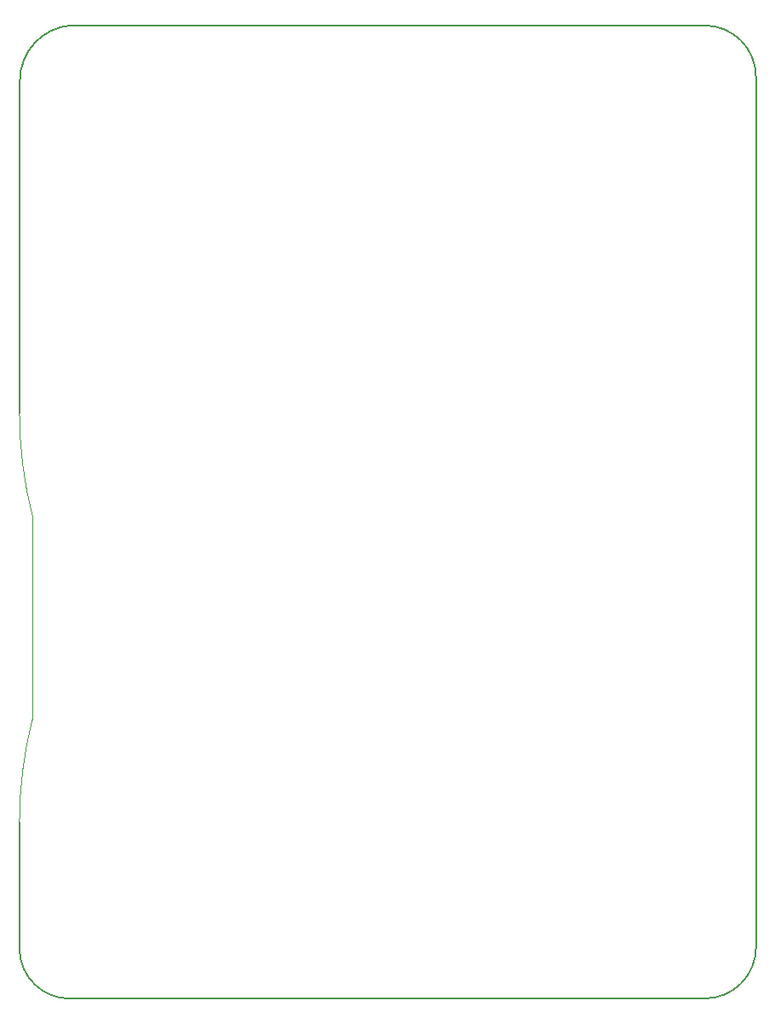
<source format=gbr>
%TF.GenerationSoftware,KiCad,Pcbnew,(6.0.6)*%
%TF.CreationDate,2023-03-24T13:47:12-05:00*%
%TF.ProjectId,DSAT_Telemetry_Board,44534154-5f54-4656-9c65-6d657472795f,rev?*%
%TF.SameCoordinates,Original*%
%TF.FileFunction,Profile,NP*%
%FSLAX46Y46*%
G04 Gerber Fmt 4.6, Leading zero omitted, Abs format (unit mm)*
G04 Created by KiCad (PCBNEW (6.0.6)) date 2023-03-24 13:47:12*
%MOMM*%
%LPD*%
G01*
G04 APERTURE LIST*
%TA.AperFunction,Profile*%
%ADD10C,0.200000*%
%TD*%
%TA.AperFunction,Profile*%
%ADD11C,0.100000*%
%TD*%
%TA.AperFunction,Profile*%
%ADD12C,0.203200*%
%TD*%
G04 APERTURE END LIST*
D10*
X220280000Y-57800000D02*
G75*
G03*
X215200000Y-52720000I-5080000J0D01*
G01*
D11*
X147066000Y-91186000D02*
G75*
G03*
X148336000Y-101346000I41275000J0D01*
G01*
D12*
X152182093Y-52705000D02*
X215200001Y-52720011D01*
D10*
X152182104Y-52705023D02*
G75*
G03*
X147102102Y-58202102I434196J-5497077D01*
G01*
D11*
X148336000Y-101346000D02*
X148336000Y-121666000D01*
D10*
X215207898Y-149337898D02*
G75*
G03*
X220287898Y-144257898I2J5079998D01*
G01*
X147065955Y-144526001D02*
G75*
G03*
X152050000Y-149350000I4984045J162701D01*
G01*
D12*
X220280001Y-57800011D02*
X220287901Y-144257903D01*
D11*
X148336000Y-121666000D02*
G75*
G03*
X147066000Y-131826000I40005000J-10160000D01*
G01*
D12*
X215207901Y-149337903D02*
X152049988Y-149349993D01*
X147066000Y-131826000D02*
X147066000Y-144526000D01*
X147066000Y-91186000D02*
X147102093Y-58202093D01*
M02*

</source>
